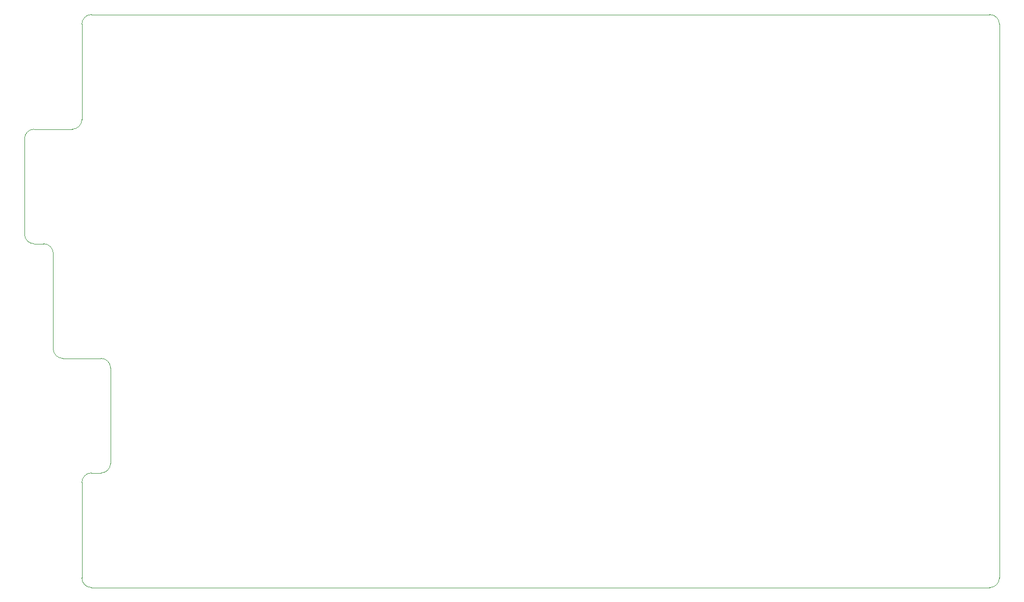
<source format=gm1>
G04 #@! TF.GenerationSoftware,KiCad,Pcbnew,(5.1.4-0-10_14)*
G04 #@! TF.CreationDate,2021-02-15T09:54:12-08:00*
G04 #@! TF.ProjectId,mpm62-kb-right,6d706d36-322d-46b6-922d-72696768742e,rev?*
G04 #@! TF.SameCoordinates,Original*
G04 #@! TF.FileFunction,Profile,NP*
%FSLAX46Y46*%
G04 Gerber Fmt 4.6, Leading zero omitted, Abs format (unit mm)*
G04 Created by KiCad (PCBNEW (5.1.4-0-10_14)) date 2021-02-15 09:54:12*
%MOMM*%
%LPD*%
G04 APERTURE LIST*
%ADD10C,0.050000*%
G04 APERTURE END LIST*
D10*
X58737500Y-123825000D02*
X60325000Y-123825000D01*
X58737500Y-142875000D02*
X63500000Y-142875000D01*
X57150000Y-125412500D02*
X57150000Y-141287500D01*
X61912500Y-106362500D02*
X61912500Y-122237500D01*
X61912500Y-122237500D02*
G75*
G02X60325000Y-123825000I-1587500J0D01*
G01*
X57150000Y-125412500D02*
G75*
G02X58737500Y-123825000I1587500J0D01*
G01*
X58737500Y-142875000D02*
G75*
G02X57150000Y-141287500I0J1587500D01*
G01*
X57150000Y-65087500D02*
X57150000Y-49212500D01*
X49212500Y-66675000D02*
X55562500Y-66675000D01*
X47625000Y-84137500D02*
X47625000Y-68262500D01*
X50800000Y-85725000D02*
X49212500Y-85725000D01*
X52387500Y-103187500D02*
X52387500Y-87312500D01*
X60325000Y-104775000D02*
X53975000Y-104775000D01*
X207962500Y-142875000D02*
X63500000Y-142875000D01*
X209550000Y-49212500D02*
X209550000Y-141287500D01*
X58737500Y-47625000D02*
X207962500Y-47625000D01*
X207962500Y-47625000D02*
G75*
G02X209550000Y-49212500I0J-1587500D01*
G01*
X209550000Y-141287500D02*
G75*
G02X207962500Y-142875000I-1587500J0D01*
G01*
X60325000Y-104775000D02*
G75*
G02X61912500Y-106362500I0J-1587500D01*
G01*
X53975000Y-104775000D02*
G75*
G02X52387500Y-103187500I0J1587500D01*
G01*
X50800000Y-85725000D02*
G75*
G02X52387500Y-87312500I0J-1587500D01*
G01*
X49212500Y-85725000D02*
G75*
G02X47625000Y-84137500I0J1587500D01*
G01*
X47625000Y-68262500D02*
G75*
G02X49212500Y-66675000I1587500J0D01*
G01*
X57150000Y-65087500D02*
G75*
G02X55562500Y-66675000I-1587500J0D01*
G01*
X57150000Y-49212500D02*
G75*
G02X58737500Y-47625000I1587500J0D01*
G01*
M02*

</source>
